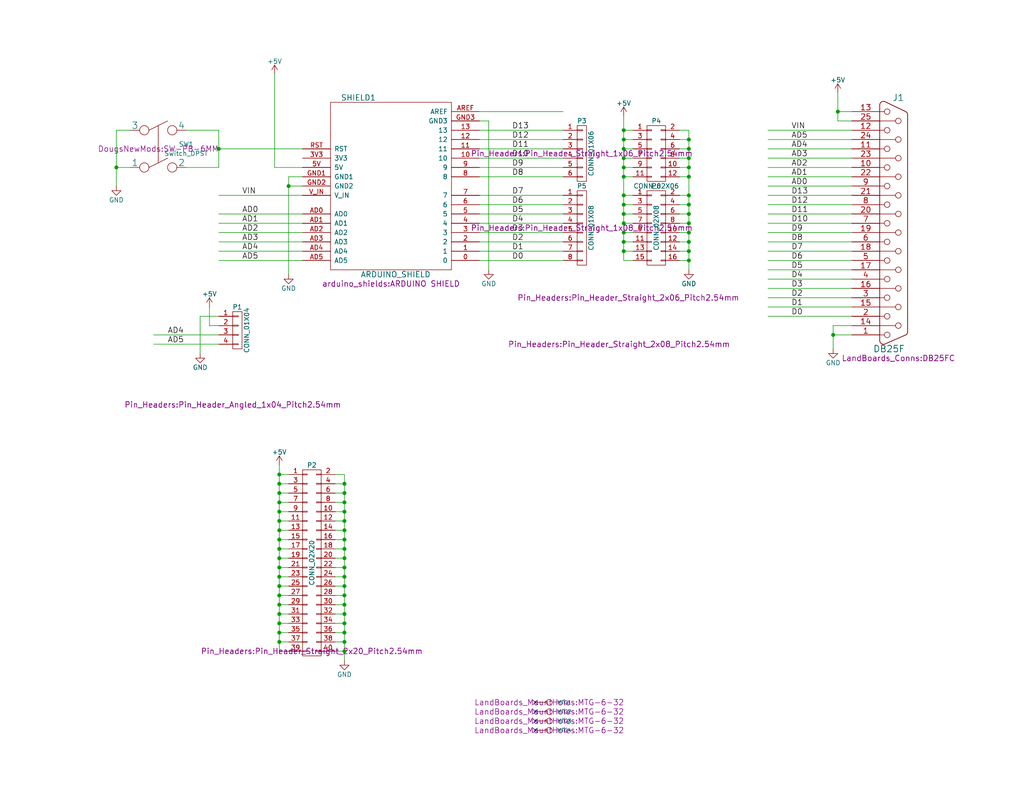
<source format=kicad_sch>
(kicad_sch (version 20211123) (generator eeschema)
  (paper "A")
  (title_block (title "UNO-DB25") (date "Tuesday, January 31, 2017") (rev "X1") (company "land-boards.com"))
  (lib_symbols
    (symbol "UNO-DB25-rescue:+5V" (power) (pin_names (offset 0))
      (property "Value" "+5V" (at 0 3.556 0))
      (symbol "+5V_0_1"
        (polyline (pts (xy -0.762 1.27) (xy 0 2.54)))
        (polyline (pts (xy 0 0) (xy 0 2.54)))
        (polyline (pts (xy 0 2.54) (xy 0.762 1.27)))
      )
      (symbol "+5V_1_1"
        (pin power_in line (at 0 0 90) (length 0) hide (name "+5V") (number "1"))
      )
    )
    (symbol "UNO-DB25-rescue:ARDUINO_SHIELD" (pin_names (offset 1.016))
      (property "Reference" "SHIELD" (at -8.89 24.13 0))
      (property "Value" "ARDUINO_SHIELD" (at 1.27 -24.13 0))
      (symbol "ARDUINO_SHIELD_0_1"
        (rectangle (start -16.51 -22.86) (end 16.51 22.86))
      )
      (symbol "ARDUINO_SHIELD_1_1"
        (pin bidirectional line (at 24.13 -20.32 180) (length 7.62) (name "0") (number "0"))
        (pin bidirectional line (at 24.13 -17.78 180) (length 7.62) (name "1") (number "1"))
        (pin bidirectional line (at 24.13 7.62 180) (length 7.62) (name "10") (number "10"))
        (pin bidirectional line (at 24.13 10.16 180) (length 7.62) (name "11") (number "11"))
        (pin bidirectional line (at 24.13 12.7 180) (length 7.62) (name "12") (number "12"))
        (pin bidirectional line (at 24.13 15.24 180) (length 7.62) (name "13") (number "13"))
        (pin bidirectional line (at 24.13 -15.24 180) (length 7.62) (name "2") (number "2"))
        (pin bidirectional line (at 24.13 -12.7 180) (length 7.62) (name "3") (number "3"))
        (pin power_in line (at -24.13 7.62 0) (length 7.62) (name "3V3") (number "3V3"))
        (pin bidirectional line (at 24.13 -10.16 180) (length 7.62) (name "4") (number "4"))
        (pin bidirectional line (at 24.13 -7.62 180) (length 7.62) (name "5") (number "5"))
        (pin power_in line (at -24.13 5.08 0) (length 7.62) (name "5V") (number "5V"))
        (pin bidirectional line (at 24.13 -5.08 180) (length 7.62) (name "6") (number "6"))
        (pin bidirectional line (at 24.13 -2.54 180) (length 7.62) (name "7") (number "7"))
        (pin bidirectional line (at 24.13 2.54 180) (length 7.62) (name "8") (number "8"))
        (pin bidirectional line (at 24.13 5.08 180) (length 7.62) (name "9") (number "9"))
        (pin bidirectional line (at -24.13 -7.62 0) (length 7.62) (name "AD0") (number "AD0"))
        (pin bidirectional line (at -24.13 -10.16 0) (length 7.62) (name "AD1") (number "AD1"))
        (pin bidirectional line (at -24.13 -12.7 0) (length 7.62) (name "AD2") (number "AD2"))
        (pin bidirectional line (at -24.13 -15.24 0) (length 7.62) (name "AD3") (number "AD3"))
        (pin bidirectional line (at -24.13 -17.78 0) (length 7.62) (name "AD4") (number "AD4"))
        (pin bidirectional line (at -24.13 -20.32 0) (length 7.62) (name "AD5") (number "AD5"))
        (pin power_in line (at 24.13 20.32 180) (length 7.62) (name "AREF") (number "AREF"))
        (pin power_in line (at -24.13 2.54 0) (length 7.62) (name "GND1") (number "GND1"))
        (pin power_in line (at -24.13 0 0) (length 7.62) (name "GND2") (number "GND2"))
        (pin power_in line (at 24.13 17.78 180) (length 7.62) (name "GND3") (number "GND3"))
        (pin input line (at -24.13 10.16 0) (length 7.62) (name "RST") (number "RST"))
        (pin power_in line (at -24.13 -2.54 0) (length 7.62) (name "V_IN") (number "V_IN"))
      )
    )
    (symbol "UNO-DB25-rescue:CONN_01X04" (pin_names (offset 1.016) hide)
      (property "Reference" "P" (at 0 6.35 0))
      (property "Value" "CONN_01X04" (at 2.54 0 90))
      (symbol "CONN_01X04_0_1"
        (rectangle (start -1.27 -3.683) (end 0.254 -3.937))
        (rectangle (start -1.27 -1.143) (end 0.254 -1.397))
        (rectangle (start -1.27 1.397) (end 0.254 1.143))
        (rectangle (start -1.27 3.937) (end 0.254 3.683))
        (rectangle (start -1.27 5.08) (end 1.27 -5.08))
      )
      (symbol "CONN_01X04_1_1"
        (pin passive line (at -5.08 3.81 0) (length 3.81) (name "P1") (number "1"))
        (pin passive line (at -5.08 1.27 0) (length 3.81) (name "P2") (number "2"))
        (pin passive line (at -5.08 -1.27 0) (length 3.81) (name "P3") (number "3"))
        (pin passive line (at -5.08 -3.81 0) (length 3.81) (name "P4") (number "4"))
      )
    )
    (symbol "UNO-DB25-rescue:CONN_01X06" (pin_names (offset 1.016) hide)
      (property "Reference" "P" (at 0 8.89 0))
      (property "Value" "CONN_01X06" (at 2.54 0 90))
      (symbol "CONN_01X06_0_1"
        (rectangle (start -1.27 -6.223) (end 0.254 -6.477))
        (rectangle (start -1.27 -3.683) (end 0.254 -3.937))
        (rectangle (start -1.27 -1.143) (end 0.254 -1.397))
        (rectangle (start -1.27 1.397) (end 0.254 1.143))
        (rectangle (start -1.27 3.937) (end 0.254 3.683))
        (rectangle (start -1.27 6.477) (end 0.254 6.223))
        (rectangle (start -1.27 7.62) (end 1.27 -7.62))
      )
      (symbol "CONN_01X06_1_1"
        (pin passive line (at -5.08 6.35 0) (length 3.81) (name "P1") (number "1"))
        (pin passive line (at -5.08 3.81 0) (length 3.81) (name "P2") (number "2"))
        (pin passive line (at -5.08 1.27 0) (length 3.81) (name "P3") (number "3"))
        (pin passive line (at -5.08 -1.27 0) (length 3.81) (name "P4") (number "4"))
        (pin passive line (at -5.08 -3.81 0) (length 3.81) (name "P5") (number "5"))
        (pin passive line (at -5.08 -6.35 0) (length 3.81) (name "P6") (number "6"))
      )
    )
    (symbol "UNO-DB25-rescue:CONN_01X08" (pin_names (offset 1.016) hide)
      (property "Reference" "P" (at 0 11.43 0))
      (property "Value" "CONN_01X08" (at 2.54 0 90))
      (symbol "CONN_01X08_0_1"
        (rectangle (start -1.27 -10.16) (end 1.27 10.16))
        (rectangle (start -1.27 -8.763) (end 0.254 -9.017))
        (rectangle (start -1.27 -6.223) (end 0.254 -6.477))
        (rectangle (start -1.27 -3.683) (end 0.254 -3.937))
        (rectangle (start -1.27 -1.143) (end 0.254 -1.397))
        (rectangle (start -1.27 1.397) (end 0.254 1.143))
        (rectangle (start -1.27 3.937) (end 0.254 3.683))
        (rectangle (start -1.27 6.477) (end 0.254 6.223))
        (rectangle (start -1.27 9.017) (end 0.254 8.763))
      )
      (symbol "CONN_01X08_1_1"
        (pin passive line (at -5.08 8.89 0) (length 3.81) (name "P1") (number "1"))
        (pin passive line (at -5.08 6.35 0) (length 3.81) (name "P2") (number "2"))
        (pin passive line (at -5.08 3.81 0) (length 3.81) (name "P3") (number "3"))
        (pin passive line (at -5.08 1.27 0) (length 3.81) (name "P4") (number "4"))
        (pin passive line (at -5.08 -1.27 0) (length 3.81) (name "P5") (number "5"))
        (pin passive line (at -5.08 -3.81 0) (length 3.81) (name "P6") (number "6"))
        (pin passive line (at -5.08 -6.35 0) (length 3.81) (name "P7") (number "7"))
        (pin passive line (at -5.08 -8.89 0) (length 3.81) (name "P8") (number "8"))
      )
    )
    (symbol "UNO-DB25-rescue:CONN_02X06" (pin_names (offset 0.0254) hide)
      (property "Reference" "P" (at 0 8.89 0))
      (property "Value" "CONN_02X06" (at 0 -8.89 0))
      (symbol "CONN_02X06_0_1"
        (rectangle (start -2.54 -6.223) (end -1.27 -6.477))
        (rectangle (start -2.54 -3.683) (end -1.27 -3.937))
        (rectangle (start -2.54 -1.143) (end -1.27 -1.397))
        (rectangle (start -2.54 1.397) (end -1.27 1.143))
        (rectangle (start -2.54 3.937) (end -1.27 3.683))
        (rectangle (start -2.54 6.477) (end -1.27 6.223))
        (rectangle (start -2.54 7.62) (end 2.54 -7.62))
        (rectangle (start 1.27 -6.223) (end 2.54 -6.477))
        (rectangle (start 1.27 -3.683) (end 2.54 -3.937))
        (rectangle (start 1.27 -1.143) (end 2.54 -1.397))
        (rectangle (start 1.27 1.397) (end 2.54 1.143))
        (rectangle (start 1.27 3.937) (end 2.54 3.683))
        (rectangle (start 1.27 6.477) (end 2.54 6.223))
      )
      (symbol "CONN_02X06_1_1"
        (pin passive line (at -6.35 6.35 0) (length 3.81) (name "P1") (number "1"))
        (pin passive line (at 6.35 -3.81 180) (length 3.81) (name "P10") (number "10"))
        (pin passive line (at -6.35 -6.35 0) (length 3.81) (name "P11") (number "11"))
        (pin passive line (at 6.35 -6.35 180) (length 3.81) (name "P12") (number "12"))
        (pin passive line (at 6.35 6.35 180) (length 3.81) (name "P2") (number "2"))
        (pin passive line (at -6.35 3.81 0) (length 3.81) (name "P3") (number "3"))
        (pin passive line (at 6.35 3.81 180) (length 3.81) (name "P4") (number "4"))
        (pin passive line (at -6.35 1.27 0) (length 3.81) (name "P5") (number "5"))
        (pin passive line (at 6.35 1.27 180) (length 3.81) (name "P6") (number "6"))
        (pin passive line (at -6.35 -1.27 0) (length 3.81) (name "P7") (number "7"))
        (pin passive line (at 6.35 -1.27 180) (length 3.81) (name "P8") (number "8"))
        (pin passive line (at -6.35 -3.81 0) (length 3.81) (name "P9") (number "9"))
      )
    )
    (symbol "UNO-DB25-rescue:CONN_02X08" (pin_names (offset 0.0254) hide)
      (property "Reference" "P" (at 0 11.43 0))
      (property "Value" "CONN_02X08" (at 0 0 90))
      (symbol "CONN_02X08_0_1"
        (rectangle (start -2.54 -8.763) (end -1.27 -9.017))
        (rectangle (start -2.54 -6.223) (end -1.27 -6.477))
        (rectangle (start -2.54 -3.683) (end -1.27 -3.937))
        (rectangle (start -2.54 -1.143) (end -1.27 -1.397))
        (rectangle (start -2.54 1.397) (end -1.27 1.143))
        (rectangle (start -2.54 3.937) (end -1.27 3.683))
        (rectangle (start -2.54 6.477) (end -1.27 6.223))
        (rectangle (start -2.54 9.017) (end -1.27 8.763))
        (rectangle (start -2.54 10.16) (end 2.54 -10.16))
        (rectangle (start 1.27 -8.763) (end 2.54 -9.017))
        (rectangle (start 1.27 -6.223) (end 2.54 -6.477))
        (rectangle (start 1.27 -3.683) (end 2.54 -3.937))
        (rectangle (start 1.27 -1.143) (end 2.54 -1.397))
        (rectangle (start 1.27 1.397) (end 2.54 1.143))
        (rectangle (start 1.27 3.937) (end 2.54 3.683))
        (rectangle (start 1.27 6.477) (end 2.54 6.223))
        (rectangle (start 1.27 9.017) (end 2.54 8.763))
      )
      (symbol "CONN_02X08_1_1"
        (pin passive line (at -6.35 8.89 0) (length 3.81) (name "P1") (number "1"))
        (pin passive line (at 6.35 -1.27 180) (length 3.81) (name "P10") (number "10"))
        (pin passive line (at -6.35 -3.81 0) (length 3.81) (name "P11") (number "11"))
        (pin passive line (at 6.35 -3.81 180) (length 3.81) (name "P12") (number "12"))
        (pin passive line (at -6.35 -6.35 0) (length 3.81) (name "P13") (number "13"))
        (pin passive line (at 6.35 -6.35 180) (length 3.81) (name "P14") (number "14"))
        (pin passive line (at -6.35 -8.89 0) (length 3.81) (name "P15") (number "15"))
        (pin passive line (at 6.35 -8.89 180) (length 3.81) (name "P16") (number "16"))
        (pin passive line (at 6.35 8.89 180) (length 3.81) (name "P2") (number "2"))
        (pin passive line (at -6.35 6.35 0) (length 3.81) (name "P3") (number "3"))
        (pin passive line (at 6.35 6.35 180) (length 3.81) (name "P4") (number "4"))
        (pin passive line (at -6.35 3.81 0) (length 3.81) (name "P5") (number "5"))
        (pin passive line (at 6.35 3.81 180) (length 3.81) (name "P6") (number "6"))
        (pin passive line (at -6.35 1.27 0) (length 3.81) (name "P7") (number "7"))
        (pin passive line (at 6.35 1.27 180) (length 3.81) (name "P8") (number "8"))
        (pin passive line (at -6.35 -1.27 0) (length 3.81) (name "P9") (number "9"))
      )
    )
    (symbol "UNO-DB25-rescue:CONN_02X20" (pin_names (offset 0.0254) hide)
      (property "Reference" "P" (at 0 26.67 0))
      (property "Value" "CONN_02X20" (at 0 0 90))
      (symbol "CONN_02X20_0_1"
        (rectangle (start -2.54 -24.003) (end -1.27 -24.257))
        (rectangle (start -2.54 -21.463) (end -1.27 -21.717))
        (rectangle (start -2.54 -18.923) (end -1.27 -19.177))
        (rectangle (start -2.54 -16.383) (end -1.27 -16.637))
        (rectangle (start -2.54 -13.843) (end -1.27 -14.097))
        (rectangle (start -2.54 -11.303) (end -1.27 -11.557))
        (rectangle (start -2.54 -8.763) (end -1.27 -9.017))
        (rectangle (start -2.54 -6.223) (end -1.27 -6.477))
        (rectangle (start -2.54 -3.683) (end -1.27 -3.937))
        (rectangle (start -2.54 -1.143) (end -1.27 -1.397))
        (rectangle (start -2.54 1.397) (end -1.27 1.143))
        (rectangle (start -2.54 3.937) (end -1.27 3.683))
        (rectangle (start -2.54 6.477) (end -1.27 6.223))
        (rectangle (start -2.54 9.017) (end -1.27 8.763))
        (rectangle (start -2.54 11.557) (end -1.27 11.303))
        (rectangle (start -2.54 14.097) (end -1.27 13.843))
        (rectangle (start -2.54 16.637) (end -1.27 16.383))
        (rectangle (start -2.54 19.177) (end -1.27 18.923))
        (rectangle (start -2.54 21.717) (end -1.27 21.463))
        (rectangle (start -2.54 24.257) (end -1.27 24.003))
        (rectangle (start -2.54 25.4) (end 2.54 -25.4))
        (rectangle (start 1.27 -24.003) (end 2.54 -24.257))
        (rectangle (start 1.27 -21.463) (end 2.54 -21.717))
        (rectangle (start 1.27 -18.923) (end 2.54 -19.177))
        (rectangle (start 1.27 -16.383) (end 2.54 -16.637))
        (rectangle (start 1.27 -13.843) (end 2.54 -14.097))
        (rectangle (start 1.27 -11.303) (end 2.54 -11.557))
        (rectangle (start 1.27 -8.763) (end 2.54 -9.017))
        (rectangle (start 1.27 -6.223) (end 2.54 -6.477))
        (rectangle (start 1.27 -3.683) (end 2.54 -3.937))
        (rectangle (start 1.27 -1.143) (end 2.54 -1.397))
        (rectangle (start 1.27 1.397) (end 2.54 1.143))
        (rectangle (start 1.27 3.937) (end 2.54 3.683))
        (rectangle (start 1.27 6.477) (end 2.54 6.223))
        (rectangle (start 1.27 9.017) (end 2.54 8.763))
        (rectangle (start 1.27 11.557) (end 2.54 11.303))
        (rectangle (start 1.27 14.097) (end 2.54 13.843))
        (rectangle (start 1.27 16.637) (end 2.54 16.383))
        (rectangle (start 1.27 19.177) (end 2.54 18.923))
        (rectangle (start 1.27 21.717) (end 2.54 21.463))
        (rectangle (start 1.27 24.257) (end 2.54 24.003))
      )
      (symbol "CONN_02X20_1_1"
        (pin passive line (at -6.35 24.13 0) (length 3.81) (name "P1") (number "1"))
        (pin passive line (at 6.35 13.97 180) (length 3.81) (name "P10") (number "10"))
        (pin passive line (at -6.35 11.43 0) (length 3.81) (name "P11") (number "11"))
        (pin passive line (at 6.35 11.43 180) (length 3.81) (name "P12") (number "12"))
        (pin passive line (at -6.35 8.89 0) (length 3.81) (name "P13") (number "13"))
        (pin passive line (at 6.35 8.89 180) (length 3.81) (name "P14") (number "14"))
        (pin passive line (at -6.35 6.35 0) (length 3.81) (name "P15") (number "15"))
        (pin passive line (at 6.35 6.35 180) (length 3.81) (name "P16") (number "16"))
        (pin passive line (at -6.35 3.81 0) (length 3.81) (name "P17") (number "17"))
        (pin passive line (at 6.35 3.81 180) (length 3.81) (name "P18") (number "18"))
        (pin passive line (at -6.35 1.27 0) (length 3.81) (name "P19") (number "19"))
        (pin passive line (at 6.35 24.13 180) (length 3.81) (name "P2") (number "2"))
        (pin passive line (at 6.35 1.27 180) (length 3.81) (name "P20") (number "20"))
        (pin passive line (at -6.35 -1.27 0) (length 3.81) (name "P21") (number "21"))
        (pin passive line (at 6.35 -1.27 180) (length 3.81) (name "P22") (number "22"))
        (pin passive line (at -6.35 -3.81 0) (length 3.81) (name "P23") (number "23"))
        (pin passive line (at 6.35 -3.81 180) (length 3.81) (name "P24") (number "24"))
        (pin passive line (at -6.35 -6.35 0) (length 3.81) (name "P25") (number "25"))
        (pin passive line (at 6.35 -6.35 180) (length 3.81) (name "P26") (number "26"))
        (pin passive line (at -6.35 -8.89 0) (length 3.81) (name "P27") (number "27"))
        (pin passive line (at 6.35 -8.89 180) (length 3.81) (name "P28") (number "28"))
        (pin passive line (at -6.35 -11.43 0) (length 3.81) (name "P29") (number "29"))
        (pin passive line (at -6.35 21.59 0) (length 3.81) (name "P3") (number "3"))
        (pin passive line (at 6.35 -11.43 180) (length 3.81) (name "P30") (number "30"))
        (pin passive line (at -6.35 -13.97 0) (length 3.81) (name "P31") (number "31"))
        (pin passive line (at 6.35 -13.97 180) (length 3.81) (name "P32") (number "32"))
        (pin passive line (at -6.35 -16.51 0) (length 3.81) (name "P33") (number "33"))
        (pin passive line (at 6.35 -16.51 180) (length 3.81) (name "P34") (number "34"))
        (pin passive line (at -6.35 -19.05 0) (length 3.81) (name "P35") (number "35"))
        (pin passive line (at 6.35 -19.05 180) (length 3.81) (name "P36") (number "36"))
        (pin passive line (at -6.35 -21.59 0) (length 3.81) (name "P37") (number "37"))
        (pin passive line (at 6.35 -21.59 180) (length 3.81) (name "P38") (number "38"))
        (pin passive line (at -6.35 -24.13 0) (length 3.81) (name "P39") (number "39"))
        (pin passive line (at 6.35 21.59 180) (length 3.81) (name "P4") (number "4"))
        (pin passive line (at 6.35 -24.13 180) (length 3.81) (name "P40") (number "40"))
        (pin passive line (at -6.35 19.05 0) (length 3.81) (name "P5") (number "5"))
        (pin passive line (at 6.35 19.05 180) (length 3.81) (name "P6") (number "6"))
        (pin passive line (at -6.35 16.51 0) (length 3.81) (name "P7") (number "7"))
        (pin passive line (at 6.35 16.51 180) (length 3.81) (name "P8") (number "8"))
        (pin passive line (at -6.35 13.97 0) (length 3.81) (name "P9") (number "9"))
      )
    )
    (symbol "UNO-DB25-rescue:CONN_1" (pin_numbers hide) (pin_names (offset 0.762) hide)
      (property "Reference" "P" (at 2.032 0 0))
      (symbol "CONN_1_0_1"
        (polyline (pts (xy -0.762 0) (xy -1.27 0)))
        (circle (center 0 0) (radius 0.7874))
      )
      (symbol "CONN_1_1_1"
        (pin passive line (at -3.81 0 0) (length 2.54) (name "1") (number "1"))
      )
    )
    (symbol "UNO-DB25-rescue:DB25" (pin_names (offset 1.016) hide)
      (property "Reference" "J" (at 1.27 34.29 0))
      (property "Value" "DB25" (at -1.27 -34.29 0))
      (symbol "DB25_0_1"
        (arc (start -3.81 -32.004) (mid -3.4129 -32.8094) (end -2.54 -33.02) (stroke (width 0.2032)))
        (arc (start -2.54 33.274) (mid -3.4191 33.0712) (end -3.81 32.258) (stroke (width 0.2032)))
        (circle (center -1.778 -30.48) (radius 0.762))
        (circle (center -1.778 -25.4) (radius 0.762))
        (circle (center -1.778 -20.32) (radius 0.762))
        (circle (center -1.778 -15.24) (radius 0.762))
        (circle (center -1.778 -10.16) (radius 0.762))
        (circle (center -1.778 -5.08) (radius 0.762))
        (circle (center -1.778 0) (radius 0.762))
        (circle (center -1.778 5.08) (radius 0.762))
        (circle (center -1.778 10.16) (radius 0.762))
        (circle (center -1.778 15.24) (radius 0.762))
        (circle (center -1.778 20.32) (radius 0.762))
        (circle (center -1.778 25.4) (radius 0.762))
        (circle (center -1.778 30.48) (radius 0.762))
        (polyline (pts (xy -3.81 -32.004) (xy -3.81 32.258)) (stroke (width 0.2032)))
        (polyline (pts (xy -3.81 -30.48) (xy -2.54 -30.48)))
        (polyline (pts (xy -3.81 -27.94) (xy 0.508 -27.94)))
        (polyline (pts (xy -3.81 -25.4) (xy -2.54 -25.4)))
        (polyline (pts (xy -3.81 -22.86) (xy 0.508 -22.86)))
        (polyline (pts (xy -3.81 -20.32) (xy -2.54 -20.32)))
        (polyline (pts (xy -3.81 -17.78) (xy 0.508 -17.78)))
        (polyline (pts (xy -3.81 -15.24) (xy -2.54 -15.24)))
        (polyline (pts (xy -3.81 -12.7) (xy 0.508 -12.7)))
        (polyline (pts (xy -3.81 -10.16) (xy -2.54 -10.16)))
        (polyline (pts (xy -3.81 -7.62) (xy 0.508 -7.62)))
        (polyline (pts (xy -3.81 -5.08) (xy -2.54 -5.08)))
        (polyline (pts (xy -3.81 -2.54) (xy 0.508 -2.54)))
        (polyline (pts (xy -3.81 0) (xy -2.54 0)))
        (polyline (pts (xy -3.81 2.54) (xy 0.508 2.54)))
        (polyline (pts (xy -3.81 5.08) (xy -2.54 5.08)))
        (polyline (pts (xy -3.81 7.62) (xy 0.508 7.62)))
        (polyline (pts (xy -3.81 10.16) (xy -2.54 10.16)))
        (polyline (pts (xy -3.81 12.7) (xy 0.508 12.7)))
        (polyline (pts (xy -3.81 15.24) (xy -2.54 15.24)))
        (polyline (pts (xy -3.81 17.78) (xy 0.508 17.78)))
        (polyline (pts (xy -3.81 20.32) (xy -2.54 20.32)))
        (polyline (pts (xy -3.81 22.86) (xy 0.508 22.86)))
        (polyline (pts (xy -3.81 25.4) (xy -2.54 25.4)))
        (polyline (pts (xy -3.81 27.94) (xy 0.508 27.94)))
        (polyline (pts (xy -3.81 30.48) (xy -2.54 30.48)))
        (polyline (pts (xy -2.54 -33.02) (xy 3.302 -30.48)) (stroke (width 0.2032)))
        (polyline (pts (xy 3.302 30.48) (xy -2.54 33.274)) (stroke (width 0.2032)))
        (polyline (pts (xy 3.81 -29.718) (xy 3.81 29.718)) (stroke (width 0.2032)))
        (circle (center 1.27 -27.94) (radius 0.762))
        (circle (center 1.27 -22.86) (radius 0.762))
        (circle (center 1.27 -17.78) (radius 0.762))
        (circle (center 1.27 -12.7) (radius 0.762))
        (circle (center 1.27 -7.62) (radius 0.762))
        (circle (center 1.27 -2.54) (radius 0.762))
        (circle (center 1.27 2.54) (radius 0.762))
        (circle (center 1.27 7.62) (radius 0.762))
        (circle (center 1.27 12.7) (radius 0.762))
        (circle (center 1.27 17.78) (radius 0.762))
        (circle (center 1.27 22.86) (radius 0.762))
        (circle (center 1.27 27.94) (radius 0.762))
        (arc (start 3.302 -30.48) (mid 3.6653 -30.1718) (end 3.81 -29.718) (stroke (width 0.2032)))
        (arc (start 3.7846 29.718) (mid 3.6544 30.1591) (end 3.302 30.4546) (stroke (width 0.2032)))
      )
      (symbol "DB25_1_1"
        (pin passive line (at -11.43 -30.48 0) (length 7.62) (name "1") (number "1"))
        (pin passive line (at -11.43 15.24 0) (length 7.62) (name "10") (number "10"))
        (pin passive line (at -11.43 20.32 0) (length 7.62) (name "11") (number "11"))
        (pin passive line (at -11.43 25.4 0) (length 7.62) (name "12") (number "12"))
        (pin passive line (at -11.43 30.48 0) (length 7.62) (name "13") (number "13"))
        (pin passive line (at -11.43 -27.94 0) (length 7.62) (name "P14") (number "14"))
        (pin passive line (at -11.43 -22.86 0) (length 7.62) (name "P15") (number "15"))
        (pin passive line (at -11.43 -17.78 0) (length 7.62) (name "P16") (number "16"))
        (pin passive line (at -11.43 -12.7 0) (length 7.62) (name "P17") (number "17"))
        (pin passive line (at -11.43 -7.62 0) (length 7.62) (name "P18") (number "18"))
        (pin passive line (at -11.43 -2.54 0) (length 7.62) (name "P19") (number "19"))
        (pin passive line (at -11.43 -25.4 0) (length 7.62) (name "2") (number "2"))
        (pin passive line (at -11.43 2.54 0) (length 7.62) (name "P20") (number "20"))
        (pin passive line (at -11.43 7.62 0) (length 7.62) (name "P21") (number "21"))
        (pin passive line (at -11.43 12.7 0) (length 7.62) (name "P22") (number "22"))
        (pin passive line (at -11.43 17.78 0) (length 7.62) (name "P23") (number "23"))
        (pin passive line (at -11.43 22.86 0) (length 7.62) (name "P24") (number "24"))
        (pin passive line (at -11.43 27.94 0) (length 7.62) (name "P25") (number "25"))
        (pin passive line (at -11.43 -20.32 0) (length 7.62) (name "3") (number "3"))
        (pin passive line (at -11.43 -15.24 0) (length 7.62) (name "4") (number "4"))
        (pin passive line (at -11.43 -10.16 0) (length 7.62) (name "5") (number "5"))
        (pin passive line (at -11.43 -5.08 0) (length 7.62) (name "6") (number "6"))
        (pin passive line (at -11.43 0 0) (length 7.62) (name "7") (number "7"))
        (pin passive line (at -11.43 5.08 0) (length 7.62) (name "8") (number "8"))
        (pin passive line (at -11.43 10.16 0) (length 7.62) (name "9") (number "9"))
      )
    )
    (symbol "UNO-DB25-rescue:GND" (power) (pin_names (offset 0))
      (property "Value" "GND" (at 0 -3.81 0))
      (symbol "GND_0_1"
        (polyline (pts (xy 0 0) (xy 0 -1.27) (xy 1.27 -1.27) (xy 0 -2.54) (xy -1.27 -1.27) (xy 0 -1.27)))
      )
      (symbol "GND_1_1"
        (pin power_in line (at 0 0 270) (length 0) hide (name "GND") (number "1"))
      )
    )
    (symbol "UNO-DB25-rescue:Switch_DPST" (pin_numbers hide) (pin_names (offset 0))
      (property "Reference" "SW" (at 7.62 1.27 0))
      (property "Value" "Switch_DPST" (at 7.62 -1.27 0))
      (symbol "Switch_DPST_0_0"
        (circle (center -3.81 -5.08) (radius 1.27))
        (circle (center -3.81 5.08) (radius 1.27))
        (polyline (pts (xy -2.54 -5.08) (xy 2.54 -2.54)))
        (polyline (pts (xy -2.54 5.08) (xy 2.54 7.62)))
        (polyline (pts (xy 0 6.35) (xy 0 -3.81)))
        (circle (center 3.81 -5.08) (radius 1.27))
        (circle (center 3.81 5.08) (radius 1.27))
      )
      (symbol "Switch_DPST_1_1"
        (pin input line (at -7.62 -5.08 0) (length 2.54) (name "1") (number "1"))
        (pin input line (at 7.62 -5.08 180) (length 2.54) (name "2") (number "2"))
        (pin input line (at -7.62 5.08 0) (length 2.54) (name "3") (number "3"))
        (pin input line (at 7.62 5.08 180) (length 2.54) (name "4") (number "4"))
      )
    )
  )
  (junction (at 93.98 170.18))
  (junction (at 76.2 154.94))
  (junction (at 93.98 175.26))
  (junction (at 76.2 137.16))
  (junction (at 31.75 45.72))
  (junction (at 76.2 175.26))
  (junction (at 93.98 134.62))
  (junction (at 187.96 71.12))
  (junction (at 76.2 149.86))
  (junction (at 78.74 50.8))
  (junction (at 76.2 132.08))
  (junction (at 187.96 60.96))
  (junction (at 170.18 48.26))
  (junction (at 187.96 58.42))
  (junction (at 76.2 157.48))
  (junction (at 76.2 152.4))
  (junction (at 170.18 53.34))
  (junction (at 187.96 43.18))
  (junction (at 170.18 63.5))
  (junction (at 93.98 160.02))
  (junction (at 93.98 137.16))
  (junction (at 170.18 60.96))
  (junction (at 187.96 53.34))
  (junction (at 187.96 48.26))
  (junction (at 93.98 165.1))
  (junction (at 93.98 132.08))
  (junction (at 228.6 30.48))
  (junction (at 76.2 142.24))
  (junction (at 76.2 134.62))
  (junction (at 187.96 66.04))
  (junction (at 187.96 63.5))
  (junction (at 170.18 66.04))
  (junction (at 76.2 147.32))
  (junction (at 93.98 177.8))
  (junction (at 93.98 144.78))
  (junction (at 187.96 40.64))
  (junction (at 93.98 152.4))
  (junction (at 76.2 139.7))
  (junction (at 187.96 68.58))
  (junction (at 76.2 170.18))
  (junction (at 93.98 147.32))
  (junction (at 170.18 38.1))
  (junction (at 93.98 162.56))
  (junction (at 76.2 167.64))
  (junction (at 93.98 157.48))
  (junction (at 93.98 167.64))
  (junction (at 93.98 172.72))
  (junction (at 170.18 40.64))
  (junction (at 187.96 45.72))
  (junction (at 76.2 129.54))
  (junction (at 170.18 58.42))
  (junction (at 93.98 149.86))
  (junction (at 187.96 55.88))
  (junction (at 59.69 40.64))
  (junction (at 93.98 154.94))
  (junction (at 170.18 35.56))
  (junction (at 76.2 144.78))
  (junction (at 76.2 165.1))
  (junction (at 227.33 91.44))
  (junction (at 170.18 55.88))
  (junction (at 170.18 68.58))
  (junction (at 76.2 162.56))
  (junction (at 170.18 45.72))
  (junction (at 170.18 43.18))
  (junction (at 187.96 38.1))
  (junction (at 76.2 160.02))
  (junction (at 93.98 139.7))
  (junction (at 76.2 172.72))
  (junction (at 93.98 142.24))
  (no_connect (at 146.05 194.31))
  (no_connect (at 146.05 199.39))
  (no_connect (at 146.05 191.77))
  (no_connect (at 146.05 196.85))
  (wire (pts (xy 91.44 170.18) (xy 93.98 170.18)))
  (wire (pts (xy 93.98 129.54) (xy 91.44 129.54)))
  (wire (pts (xy 59.69 60.96) (xy 82.55 60.96)))
  (wire (pts (xy 76.2 160.02) (xy 76.2 162.56)))
  (wire (pts (xy 93.98 134.62) (xy 93.98 137.16)))
  (wire (pts (xy 130.81 66.04) (xy 153.67 66.04)))
  (wire (pts (xy 185.42 55.88) (xy 187.96 55.88)))
  (wire (pts (xy 93.98 129.54) (xy 93.98 132.08)))
  (wire (pts (xy 59.69 88.9) (xy 57.15 88.9)))
  (wire (pts (xy 187.96 60.96) (xy 187.96 63.5)))
  (wire (pts (xy 93.98 177.8) (xy 93.98 180.34)))
  (wire (pts (xy 82.55 40.64) (xy 59.69 40.64)))
  (wire (pts (xy 172.72 40.64) (xy 170.18 40.64)))
  (wire (pts (xy 209.55 78.74) (xy 232.41 78.74)))
  (wire (pts (xy 91.44 152.4) (xy 93.98 152.4)))
  (wire (pts (xy 187.96 48.26) (xy 187.96 53.34)))
  (wire (pts (xy 78.74 152.4) (xy 76.2 152.4)))
  (wire (pts (xy 209.55 55.88) (xy 232.41 55.88)))
  (wire (pts (xy 76.2 167.64) (xy 76.2 170.18)))
  (wire (pts (xy 76.2 129.54) (xy 76.2 132.08)))
  (wire (pts (xy 59.69 35.56) (xy 59.69 40.64)))
  (wire (pts (xy 130.81 53.34) (xy 153.67 53.34)))
  (wire (pts (xy 187.96 68.58) (xy 187.96 71.12)))
  (wire (pts (xy 209.55 48.26) (xy 232.41 48.26)))
  (wire (pts (xy 93.98 144.78) (xy 93.98 147.32)))
  (wire (pts (xy 91.44 167.64) (xy 93.98 167.64)))
  (wire (pts (xy 187.96 38.1) (xy 187.96 40.64)))
  (wire (pts (xy 185.42 35.56) (xy 187.96 35.56)))
  (wire (pts (xy 31.75 45.72) (xy 31.75 50.8)))
  (wire (pts (xy 170.18 63.5) (xy 170.18 66.04)))
  (wire (pts (xy 187.96 71.12) (xy 187.96 73.66)))
  (wire (pts (xy 59.69 58.42) (xy 82.55 58.42)))
  (wire (pts (xy 78.74 172.72) (xy 76.2 172.72)))
  (wire (pts (xy 76.2 142.24) (xy 76.2 144.78)))
  (wire (pts (xy 76.2 165.1) (xy 76.2 167.64)))
  (wire (pts (xy 187.96 43.18) (xy 187.96 45.72)))
  (wire (pts (xy 185.42 38.1) (xy 187.96 38.1)))
  (wire (pts (xy 185.42 45.72) (xy 187.96 45.72)))
  (wire (pts (xy 172.72 63.5) (xy 170.18 63.5)))
  (wire (pts (xy 76.2 170.18) (xy 76.2 172.72)))
  (wire (pts (xy 130.81 60.96) (xy 153.67 60.96)))
  (wire (pts (xy 76.2 127) (xy 76.2 129.54)))
  (wire (pts (xy 209.55 66.04) (xy 232.41 66.04)))
  (wire (pts (xy 170.18 66.04) (xy 170.18 68.58)))
  (wire (pts (xy 130.81 43.18) (xy 153.67 43.18)))
  (wire (pts (xy 187.96 63.5) (xy 187.96 66.04)))
  (wire (pts (xy 187.96 40.64) (xy 187.96 43.18)))
  (wire (pts (xy 93.98 142.24) (xy 93.98 144.78)))
  (wire (pts (xy 172.72 48.26) (xy 170.18 48.26)))
  (wire (pts (xy 93.98 170.18) (xy 93.98 172.72)))
  (wire (pts (xy 91.44 144.78) (xy 93.98 144.78)))
  (wire (pts (xy 185.42 40.64) (xy 187.96 40.64)))
  (wire (pts (xy 227.33 91.44) (xy 227.33 95.25)))
  (wire (pts (xy 35.56 45.72) (xy 31.75 45.72)))
  (wire (pts (xy 91.44 175.26) (xy 93.98 175.26)))
  (wire (pts (xy 172.72 38.1) (xy 170.18 38.1)))
  (wire (pts (xy 130.81 45.72) (xy 153.67 45.72)))
  (wire (pts (xy 76.2 152.4) (xy 76.2 154.94)))
  (wire (pts (xy 93.98 172.72) (xy 93.98 175.26)))
  (wire (pts (xy 91.44 157.48) (xy 93.98 157.48)))
  (wire (pts (xy 91.44 154.94) (xy 93.98 154.94)))
  (wire (pts (xy 59.69 35.56) (xy 50.8 35.56)))
  (wire (pts (xy 91.44 165.1) (xy 93.98 165.1)))
  (wire (pts (xy 185.42 63.5) (xy 187.96 63.5)))
  (wire (pts (xy 170.18 43.18) (xy 170.18 45.72)))
  (wire (pts (xy 59.69 63.5) (xy 82.55 63.5)))
  (wire (pts (xy 78.74 149.86) (xy 76.2 149.86)))
  (wire (pts (xy 76.2 172.72) (xy 76.2 175.26)))
  (wire (pts (xy 76.2 134.62) (xy 76.2 137.16)))
  (wire (pts (xy 209.55 45.72) (xy 232.41 45.72)))
  (wire (pts (xy 78.74 48.26) (xy 78.74 50.8)))
  (wire (pts (xy 209.55 38.1) (xy 232.41 38.1)))
  (wire (pts (xy 59.69 71.12) (xy 82.55 71.12)))
  (wire (pts (xy 209.55 68.58) (xy 232.41 68.58)))
  (wire (pts (xy 185.42 68.58) (xy 187.96 68.58)))
  (wire (pts (xy 187.96 53.34) (xy 187.96 55.88)))
  (wire (pts (xy 172.72 58.42) (xy 170.18 58.42)))
  (wire (pts (xy 228.6 33.02) (xy 232.41 33.02)))
  (wire (pts (xy 170.18 53.34) (xy 170.18 55.88)))
  (wire (pts (xy 78.74 162.56) (xy 76.2 162.56)))
  (wire (pts (xy 130.81 48.26) (xy 153.67 48.26)))
  (wire (pts (xy 93.98 147.32) (xy 93.98 149.86)))
  (wire (pts (xy 130.81 30.48) (xy 153.67 30.48)))
  (wire (pts (xy 209.55 73.66) (xy 232.41 73.66)))
  (wire (pts (xy 93.98 154.94) (xy 93.98 157.48)))
  (wire (pts (xy 78.74 165.1) (xy 76.2 165.1)))
  (wire (pts (xy 59.69 66.04) (xy 82.55 66.04)))
  (wire (pts (xy 57.15 88.9) (xy 57.15 83.82)))
  (wire (pts (xy 93.98 157.48) (xy 93.98 160.02)))
  (wire (pts (xy 78.74 144.78) (xy 76.2 144.78)))
  (wire (pts (xy 78.74 157.48) (xy 76.2 157.48)))
  (wire (pts (xy 78.74 139.7) (xy 76.2 139.7)))
  (wire (pts (xy 170.18 71.12) (xy 172.72 71.12)))
  (wire (pts (xy 78.74 175.26) (xy 76.2 175.26)))
  (wire (pts (xy 74.93 45.72) (xy 74.93 20.32)))
  (wire (pts (xy 170.18 40.64) (xy 170.18 43.18)))
  (wire (pts (xy 91.44 177.8) (xy 93.98 177.8)))
  (wire (pts (xy 93.98 175.26) (xy 93.98 177.8)))
  (wire (pts (xy 76.2 144.78) (xy 76.2 147.32)))
  (wire (pts (xy 209.55 86.36) (xy 232.41 86.36)))
  (wire (pts (xy 209.55 81.28) (xy 232.41 81.28)))
  (wire (pts (xy 187.96 35.56) (xy 187.96 38.1)))
  (wire (pts (xy 130.81 38.1) (xy 153.67 38.1)))
  (wire (pts (xy 209.55 53.34) (xy 232.41 53.34)))
  (wire (pts (xy 227.33 88.9) (xy 227.33 91.44)))
  (wire (pts (xy 76.2 157.48) (xy 76.2 160.02)))
  (wire (pts (xy 172.72 66.04) (xy 170.18 66.04)))
  (wire (pts (xy 170.18 48.26) (xy 170.18 53.34)))
  (wire (pts (xy 130.81 63.5) (xy 153.67 63.5)))
  (wire (pts (xy 170.18 31.75) (xy 170.18 35.56)))
  (wire (pts (xy 78.74 48.26) (xy 82.55 48.26)))
  (wire (pts (xy 93.98 162.56) (xy 93.98 165.1)))
  (wire (pts (xy 93.98 132.08) (xy 93.98 134.62)))
  (wire (pts (xy 91.44 139.7) (xy 93.98 139.7)))
  (wire (pts (xy 78.74 147.32) (xy 76.2 147.32)))
  (wire (pts (xy 91.44 160.02) (xy 93.98 160.02)))
  (wire (pts (xy 172.72 60.96) (xy 170.18 60.96)))
  (wire (pts (xy 209.55 35.56) (xy 232.41 35.56)))
  (wire (pts (xy 172.72 68.58) (xy 170.18 68.58)))
  (wire (pts (xy 76.2 154.94) (xy 76.2 157.48)))
  (wire (pts (xy 170.18 35.56) (xy 170.18 38.1)))
  (wire (pts (xy 59.69 53.34) (xy 82.55 53.34)))
  (wire (pts (xy 187.96 66.04) (xy 187.96 68.58)))
  (wire (pts (xy 172.72 53.34) (xy 170.18 53.34)))
  (wire (pts (xy 91.44 147.32) (xy 93.98 147.32)))
  (wire (pts (xy 130.81 35.56) (xy 153.67 35.56)))
  (wire (pts (xy 93.98 137.16) (xy 93.98 139.7)))
  (wire (pts (xy 91.44 137.16) (xy 93.98 137.16)))
  (wire (pts (xy 170.18 68.58) (xy 170.18 71.12)))
  (wire (pts (xy 209.55 60.96) (xy 232.41 60.96)))
  (wire (pts (xy 172.72 55.88) (xy 170.18 55.88)))
  (wire (pts (xy 93.98 149.86) (xy 93.98 152.4)))
  (wire (pts (xy 130.81 68.58) (xy 153.67 68.58)))
  (wire (pts (xy 59.69 40.64) (xy 59.69 45.72)))
  (wire (pts (xy 209.55 43.18) (xy 232.41 43.18)))
  (wire (pts (xy 170.18 45.72) (xy 170.18 48.26)))
  (wire (pts (xy 82.55 50.8) (xy 78.74 50.8)))
  (wire (pts (xy 76.2 162.56) (xy 76.2 165.1)))
  (wire (pts (xy 209.55 83.82) (xy 232.41 83.82)))
  (wire (pts (xy 93.98 165.1) (xy 93.98 167.64)))
  (wire (pts (xy 76.2 147.32) (xy 76.2 149.86)))
  (wire (pts (xy 78.74 132.08) (xy 76.2 132.08)))
  (wire (pts (xy 170.18 60.96) (xy 170.18 63.5)))
  (wire (pts (xy 91.44 149.86) (xy 93.98 149.86)))
  (wire (pts (xy 170.18 55.88) (xy 170.18 58.42)))
  (wire (pts (xy 172.72 35.56) (xy 170.18 35.56)))
  (wire (pts (xy 59.69 45.72) (xy 50.8 45.72)))
  (wire (pts (xy 78.74 167.64) (xy 76.2 167.64)))
  (wire (pts (xy 232.41 30.48) (xy 228.6 30.48)))
  (wire (pts (xy 76.2 149.86) (xy 76.2 152.4)))
  (wire (pts (xy 78.74 50.8) (xy 78.74 74.93)))
  (wire (pts (xy 31.75 35.56) (xy 31.75 45.72)))
  (wire (pts (xy 133.35 33.02) (xy 133.35 73.66)))
  (wire (pts (xy 185.42 53.34) (xy 187.96 53.34)))
  (wire (pts (xy 130.81 33.02) (xy 133.35 33.02)))
  (wire (pts (xy 228.6 30.48) (xy 228.6 33.02)))
  (wire (pts (xy 35.56 35.56) (xy 31.75 35.56)))
  (wire (pts (xy 209.55 63.5) (xy 232.41 63.5)))
  (wire (pts (xy 78.74 160.02) (xy 76.2 160.02)))
  (wire (pts (xy 82.55 45.72) (xy 74.93 45.72)))
  (wire (pts (xy 78.74 129.54) (xy 76.2 129.54)))
  (wire (pts (xy 185.42 66.04) (xy 187.96 66.04)))
  (wire (pts (xy 76.2 175.26) (xy 76.2 177.8)))
  (wire (pts (xy 209.55 71.12) (xy 232.41 71.12)))
  (wire (pts (xy 209.55 76.2) (xy 232.41 76.2)))
  (wire (pts (xy 91.44 172.72) (xy 93.98 172.72)))
  (wire (pts (xy 76.2 132.08) (xy 76.2 134.62)))
  (wire (pts (xy 130.81 71.12) (xy 153.67 71.12)))
  (wire (pts (xy 187.96 58.42) (xy 187.96 60.96)))
  (wire (pts (xy 185.42 58.42) (xy 187.96 58.42)))
  (wire (pts (xy 93.98 167.64) (xy 93.98 170.18)))
  (wire (pts (xy 91.44 132.08) (xy 93.98 132.08)))
  (wire (pts (xy 130.81 58.42) (xy 153.67 58.42)))
  (wire (pts (xy 59.69 68.58) (xy 82.55 68.58)))
  (wire (pts (xy 172.72 45.72) (xy 170.18 45.72)))
  (wire (pts (xy 76.2 139.7) (xy 76.2 142.24)))
  (wire (pts (xy 76.2 137.16) (xy 76.2 139.7)))
  (wire (pts (xy 76.2 177.8) (xy 78.74 177.8)))
  (wire (pts (xy 93.98 160.02) (xy 93.98 162.56)))
  (wire (pts (xy 93.98 139.7) (xy 93.98 142.24)))
  (wire (pts (xy 41.91 91.44) (xy 59.69 91.44)))
  (wire (pts (xy 232.41 91.44) (xy 227.33 91.44)))
  (wire (pts (xy 170.18 38.1) (xy 170.18 40.64)))
  (wire (pts (xy 209.55 40.64) (xy 232.41 40.64)))
  (wire (pts (xy 209.55 58.42) (xy 232.41 58.42)))
  (wire (pts (xy 209.55 50.8) (xy 232.41 50.8)))
  (wire (pts (xy 185.42 48.26) (xy 187.96 48.26)))
  (wire (pts (xy 228.6 25.4) (xy 228.6 30.48)))
  (wire (pts (xy 185.42 71.12) (xy 187.96 71.12)))
  (wire (pts (xy 232.41 88.9) (xy 227.33 88.9)))
  (wire (pts (xy 91.44 162.56) (xy 93.98 162.56)))
  (wire (pts (xy 78.74 170.18) (xy 76.2 170.18)))
  (wire (pts (xy 91.44 134.62) (xy 93.98 134.62)))
  (wire (pts (xy 172.72 43.18) (xy 170.18 43.18)))
  (wire (pts (xy 78.74 142.24) (xy 76.2 142.24)))
  (wire (pts (xy 185.42 60.96) (xy 187.96 60.96)))
  (wire (pts (xy 130.81 55.88) (xy 153.67 55.88)))
  (wire (pts (xy 170.18 58.42) (xy 170.18 60.96)))
  (wire (pts (xy 54.61 96.52) (xy 54.61 86.36)))
  (wire (pts (xy 91.44 142.24) (xy 93.98 142.24)))
  (wire (pts (xy 187.96 55.88) (xy 187.96 58.42)))
  (wire (pts (xy 130.81 40.64) (xy 153.67 40.64)))
  (wire (pts (xy 185.42 43.18) (xy 187.96 43.18)))
  (wire (pts (xy 78.74 137.16) (xy 76.2 137.16)))
  (wire (pts (xy 54.61 86.36) (xy 59.69 86.36)))
  (wire (pts (xy 78.74 134.62) (xy 76.2 134.62)))
  (wire (pts (xy 41.91 93.98) (xy 59.69 93.98)))
  (wire (pts (xy 187.96 45.72) (xy 187.96 48.26)))
  (wire (pts (xy 78.74 154.94) (xy 76.2 154.94)))
  (wire (pts (xy 93.98 152.4) (xy 93.98 154.94)))
  (label "AD0" (at 215.9 50.8 0) (effects (font (size 1.524 1.524))))
  (label "D7" (at 139.7 53.34 0) (effects (font (size 1.524 1.524))))
  (label "D5" (at 139.7 58.42 0) (effects (font (size 1.524 1.524))))
  (label "AD5" (at 45.72 93.98 0) (effects (font (size 1.524 1.524))))
  (label "D10" (at 215.9 60.96 0) (effects (font (size 1.524 1.524))))
  (label "D2" (at 139.7 66.04 0) (effects (font (size 1.524 1.524))))
  (label "D8" (at 139.7 48.26 0) (effects (font (size 1.524 1.524))))
  (label "D1" (at 215.9 83.82 0) (effects (font (size 1.524 1.524))))
  (label "D9" (at 215.9 63.5 0) (effects (font (size 1.524 1.524))))
  (label "AD2" (at 215.9 45.72 0) (effects (font (size 1.524 1.524))))
  (label "D4" (at 215.9 76.2 0) (effects (font (size 1.524 1.524))))
  (label "D0" (at 215.9 86.36 0) (effects (font (size 1.524 1.524))))
  (label "D7" (at 215.9 68.58 0) (effects (font (size 1.524 1.524))))
  (label "AD0" (at 66.04 58.42 0) (effects (font (size 1.524 1.524))))
  (label "D11" (at 215.9 58.42 0) (effects (font (size 1.524 1.524))))
  (label "D12" (at 215.9 55.88 0) (effects (font (size 1.524 1.524))))
  (label "D2" (at 215.9 81.28 0) (effects (font (size 1.524 1.524))))
  (label "AD4" (at 45.72 91.44 0) (effects (font (size 1.524 1.524))))
  (label "D6" (at 215.9 71.12 0) (effects (font (size 1.524 1.524))))
  (label "VIN" (at 215.9 35.56 0) (effects (font (size 1.524 1.524))))
  (label "D5" (at 215.9 73.66 0) (effects (font (size 1.524 1.524))))
  (label "D4" (at 139.7 60.96 0) (effects (font (size 1.524 1.524))))
  (label "AD3" (at 215.9 43.18 0) (effects (font (size 1.524 1.524))))
  (label "AD2" (at 66.04 63.5 0) (effects (font (size 1.524 1.524))))
  (label "D3" (at 139.7 63.5 0) (effects (font (size 1.524 1.524))))
  (label "D1" (at 139.7 68.58 0) (effects (font (size 1.524 1.524))))
  (label "AD1" (at 215.9 48.26 0) (effects (font (size 1.524 1.524))))
  (label "AD1" (at 66.04 60.96 0) (effects (font (size 1.524 1.524))))
  (label "D6" (at 139.7 55.88 0) (effects (font (size 1.524 1.524))))
  (label "AD3" (at 66.04 66.04 0) (effects (font (size 1.524 1.524))))
  (label "VIN" (at 66.04 53.34 0) (effects (font (size 1.524 1.524))))
  (label "D8" (at 215.9 66.04 0) (effects (font (size 1.524 1.524))))
  (label "AD5" (at 215.9 38.1 0) (effects (font (size 1.524 1.524))))
  (label "AD4" (at 215.9 40.64 0) (effects (font (size 1.524 1.524))))
  (label "D12" (at 139.7 38.1 0) (effects (font (size 1.524 1.524))))
  (label "D13" (at 215.9 53.34 0) (effects (font (size 1.524 1.524))))
  (label "D10" (at 139.7 43.18 0) (effects (font (size 1.524 1.524))))
  (label "D9" (at 139.7 45.72 0) (effects (font (size 1.524 1.524))))
  (label "D11" (at 139.7 40.64 0) (effects (font (size 1.524 1.524))))
  (label "D0" (at 139.7 71.12 0) (effects (font (size 1.524 1.524))))
  (label "D13" (at 139.7 35.56 0) (effects (font (size 1.524 1.524))))
  (label "AD4" (at 66.04 68.58 0) (effects (font (size 1.524 1.524))))
  (label "AD5" (at 66.04 71.12 0) (effects (font (size 1.524 1.524))))
  (label "D3" (at 215.9 78.74 0) (effects (font (size 1.524 1.524))))
  (symbol (lib_id "UNO-DB25-rescue:CONN_1") (at 149.86 191.77 0) (unit 1)
    (property "Reference" "MTG1" (at 151.892 191.77 0) (effects (font (size 1.016 1.016)) (justify left)))
    (property "Value" "CONN_1" (effects hide))
    (property "Footprint" "LandBoards_MountHoles:MTG-6-32" (at 149.86 191.77 0) (effects (font (size 1.524 1.524))))
  )
  (symbol (lib_id "UNO-DB25-rescue:CONN_1") (at 149.86 194.31 0) (unit 1)
    (property "Reference" "MTG2" (at 151.892 194.31 0) (effects (font (size 1.016 1.016)) (justify left)))
    (property "Value" "CONN_1" (effects hide))
    (property "Footprint" "LandBoards_MountHoles:MTG-6-32" (at 149.86 194.31 0) (effects (font (size 1.524 1.524))))
  )
  (symbol (lib_id "UNO-DB25-rescue:CONN_1") (at 149.86 199.39 0) (unit 1)
    (property "Reference" "MTG4" (at 151.892 199.39 0) (effects (font (size 1.016 1.016)) (justify left)))
    (property "Value" "CONN_1" (effects hide))
    (property "Footprint" "LandBoards_MountHoles:MTG-6-32" (at 149.86 199.39 0) (effects (font (size 1.524 1.524))))
  )
  (symbol (lib_id "UNO-DB25-rescue:CONN_1") (at 149.86 196.85 0) (unit 1)
    (property "Reference" "MTG3" (at 151.892 196.85 0) (effects (font (size 1.016 1.016)) (justify left)))
    (property "Value" "CONN_1" (effects hide))
    (property "Footprint" "LandBoards_MountHoles:MTG-6-32" (at 149.86 196.85 0) (effects (font (size 1.524 1.524))))
  )
  (symbol (lib_id "UNO-DB25-rescue:ARDUINO_SHIELD") (at 106.68 50.8 0) (unit 1)
    (property "Reference" "SHIELD1" (at 97.79 26.67 0) (effects (font (size 1.524 1.524))))
    (property "Value" "ARDUINO_SHIELD" (at 107.95 74.93 0) (effects (font (size 1.524 1.524))))
    (property "Footprint" "arduino_shields:ARDUINO SHIELD" (at 106.68 77.47 0) (effects (font (size 1.524 1.524))))
  )
  (symbol (lib_id "UNO-DB25-rescue:GND") (at 227.33 95.25 0) (unit 1)
    (property "Reference" "#PWR01" (effects hide))
    (property "Value" "GND" (at 227.33 99.06 0))
  )
  (symbol (lib_id "UNO-DB25-rescue:GND") (at 133.35 73.66 0) (unit 1)
    (property "Reference" "#PWR02" (effects hide))
    (property "Value" "GND" (at 133.35 77.47 0))
  )
  (symbol (lib_id "UNO-DB25-rescue:GND") (at 78.74 74.93 0) (unit 1)
    (property "Reference" "#PWR03" (effects hide))
    (property "Value" "GND" (at 78.74 78.74 0))
  )
  (symbol (lib_id "UNO-DB25-rescue:+5V") (at 74.93 20.32 0) (unit 1)
    (property "Reference" "#PWR04" (effects hide))
    (property "Value" "+5V" (at 74.93 16.764 0))
  )
  (symbol (lib_id "UNO-DB25-rescue:+5V") (at 228.6 25.4 0) (unit 1)
    (property "Reference" "#PWR05" (effects hide))
    (property "Value" "+5V" (at 228.6 21.844 0))
  )
  (symbol (lib_id "UNO-DB25-rescue:DB25") (at 243.84 60.96 0) (unit 1)
    (property "Reference" "J1" (at 245.11 26.67 0) (effects (font (size 1.778 1.778))))
    (property "Value" "DB25F" (at 242.57 95.25 0) (effects (font (size 1.778 1.778))))
    (property "Footprint" "LandBoards_Conns:DB25FC" (at 245.11 97.79 0) (effects (font (size 1.524 1.524))))
  )
  (symbol (lib_id "UNO-DB25-rescue:CONN_01X04") (at 64.77 90.17 0) (unit 1)
    (property "Reference" "P1" (at 64.77 83.82 0))
    (property "Value" "CONN_01X04" (at 67.31 90.17 90))
    (property "Footprint" "Pin_Headers:Pin_Header_Angled_1x04_Pitch2.54mm" (at 63.5 110.49 0) (effects (font (size 1.524 1.524))))
  )
  (symbol (lib_id "UNO-DB25-rescue:GND") (at 54.61 96.52 0) (unit 1)
    (property "Reference" "#PWR06" (effects hide))
    (property "Value" "GND" (at 54.61 100.33 0))
  )
  (symbol (lib_id "UNO-DB25-rescue:+5V") (at 57.15 83.82 0) (unit 1)
    (property "Reference" "#PWR07" (effects hide))
    (property "Value" "+5V" (at 57.15 80.264 0))
  )
  (symbol (lib_id "UNO-DB25-rescue:Switch_DPST") (at 43.18 40.64 0) (unit 1)
    (property "Reference" "SW1" (at 50.8 39.37 0))
    (property "Value" "Switch_DPST" (at 50.8 41.91 0))
    (property "Footprint" "DougsNewMods:SW-PB-6MM" (at 43.18 40.64 0) (effects (font (size 1.524 1.524))))
  )
  (symbol (lib_id "UNO-DB25-rescue:GND") (at 31.75 50.8 0) (unit 1)
    (property "Reference" "#PWR08" (effects hide))
    (property "Value" "GND" (at 31.75 54.61 0))
  )
  (symbol (lib_id "UNO-DB25-rescue:+5V") (at 76.2 127 0) (unit 1)
    (property "Reference" "#PWR09" (effects hide))
    (property "Value" "+5V" (at 76.2 123.444 0))
  )
  (symbol (lib_id "UNO-DB25-rescue:GND") (at 93.98 180.34 0) (unit 1)
    (property "Reference" "#PWR010" (effects hide))
    (property "Value" "GND" (at 93.98 184.15 0))
  )
  (symbol (lib_id "UNO-DB25-rescue:CONN_02X20") (at 85.09 153.67 0) (unit 1)
    (property "Reference" "P2" (at 85.09 127 0))
    (property "Value" "CONN_02X20" (at 85.09 153.67 90))
    (property "Footprint" "Pin_Headers:Pin_Header_Straight_2x20_Pitch2.54mm" (at 85.09 177.8 0) (effects (font (size 1.524 1.524))))
  )
  (symbol (lib_id "UNO-DB25-rescue:CONN_01X08") (at 158.75 62.23 0) (unit 1)
    (property "Reference" "P5" (at 158.75 50.8 0))
    (property "Value" "CONN_01X08" (at 161.29 62.23 90))
    (property "Footprint" "Pin_Headers:Pin_Header_Straight_1x08_Pitch2.54mm" (at 158.75 62.23 0) (effects (font (size 1.524 1.524))))
  )
  (symbol (lib_id "UNO-DB25-rescue:CONN_01X06") (at 158.75 41.91 0) (unit 1)
    (property "Reference" "P3" (at 158.75 33.02 0))
    (property "Value" "CONN_01X06" (at 161.29 41.91 90))
    (property "Footprint" "Pin_Headers:Pin_Header_Straight_1x06_Pitch2.54mm" (at 158.75 41.91 0) (effects (font (size 1.524 1.524))))
  )
  (symbol (lib_id "UNO-DB25-rescue:CONN_02X06") (at 179.07 41.91 0) (unit 1)
    (property "Reference" "P4" (at 179.07 33.02 0))
    (property "Value" "CONN_02X06" (at 179.07 50.8 0))
    (property "Footprint" "Pin_Headers:Pin_Header_Straight_2x06_Pitch2.54mm" (at 171.45 81.28 0) (effects (font (size 1.524 1.524))))
  )
  (symbol (lib_id "UNO-DB25-rescue:CONN_02X08") (at 179.07 62.23 0) (unit 1)
    (property "Reference" "P6" (at 179.07 50.8 0))
    (property "Value" "CONN_02X08" (at 179.07 62.23 90))
    (property "Footprint" "Pin_Headers:Pin_Header_Straight_2x08_Pitch2.54mm" (at 168.91 93.98 0) (effects (font (size 1.524 1.524))))
  )
  (symbol (lib_id "UNO-DB25-rescue:+5V") (at 170.18 31.75 0) (unit 1)
    (property "Reference" "#PWR011" (effects hide))
    (property "Value" "+5V" (at 170.18 28.194 0))
  )
  (symbol (lib_id "UNO-DB25-rescue:GND") (at 187.96 73.66 0) (unit 1)
    (property "Reference" "#PWR012" (effects hide))
    (property "Value" "GND" (at 187.96 77.47 0))
  )
)
</source>
